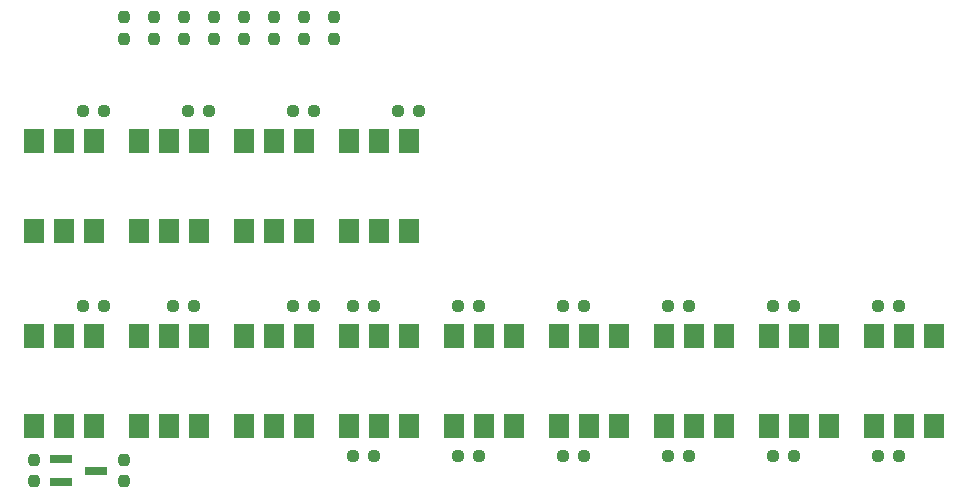
<source format=gbr>
%TF.GenerationSoftware,KiCad,Pcbnew,(6.0.7)*%
%TF.CreationDate,2022-09-10T09:27:16+02:00*%
%TF.ProjectId,K616_USB_IF,4b363136-5f55-4534-925f-49462e6b6963,0*%
%TF.SameCoordinates,PX73df160PY5f71980*%
%TF.FileFunction,Paste,Top*%
%TF.FilePolarity,Positive*%
%FSLAX46Y46*%
G04 Gerber Fmt 4.6, Leading zero omitted, Abs format (unit mm)*
G04 Created by KiCad (PCBNEW (6.0.7)) date 2022-09-10 09:27:16*
%MOMM*%
%LPD*%
G01*
G04 APERTURE LIST*
G04 Aperture macros list*
%AMRoundRect*
0 Rectangle with rounded corners*
0 $1 Rounding radius*
0 $2 $3 $4 $5 $6 $7 $8 $9 X,Y pos of 4 corners*
0 Add a 4 corners polygon primitive as box body*
4,1,4,$2,$3,$4,$5,$6,$7,$8,$9,$2,$3,0*
0 Add four circle primitives for the rounded corners*
1,1,$1+$1,$2,$3*
1,1,$1+$1,$4,$5*
1,1,$1+$1,$6,$7*
1,1,$1+$1,$8,$9*
0 Add four rect primitives between the rounded corners*
20,1,$1+$1,$2,$3,$4,$5,0*
20,1,$1+$1,$4,$5,$6,$7,0*
20,1,$1+$1,$6,$7,$8,$9,0*
20,1,$1+$1,$8,$9,$2,$3,0*%
G04 Aperture macros list end*
%ADD10RoundRect,0.237500X-0.237500X0.250000X-0.237500X-0.250000X0.237500X-0.250000X0.237500X0.250000X0*%
%ADD11RoundRect,0.237500X0.250000X0.237500X-0.250000X0.237500X-0.250000X-0.237500X0.250000X-0.237500X0*%
%ADD12RoundRect,0.237500X-0.250000X-0.237500X0.250000X-0.237500X0.250000X0.237500X-0.250000X0.237500X0*%
%ADD13R,1.780000X2.000000*%
%ADD14R,1.900000X0.800000*%
G04 APERTURE END LIST*
D10*
%TO.C,R17*%
X-20320000Y9802500D03*
X-20320000Y7977500D03*
%TD*%
D11*
%TO.C,R8*%
X-4167500Y22860000D03*
X-5992500Y22860000D03*
%TD*%
D10*
%TO.C,R25*%
X-17780000Y47267500D03*
X-17780000Y45442500D03*
%TD*%
D12*
%TO.C,R4*%
X16867500Y22860000D03*
X18692500Y22860000D03*
%TD*%
D11*
%TO.C,R15*%
X9802500Y10160000D03*
X7977500Y10160000D03*
%TD*%
%TO.C,R11*%
X45362500Y10160000D03*
X43537500Y10160000D03*
%TD*%
%TO.C,R13*%
X27582500Y10160000D03*
X25757500Y10160000D03*
%TD*%
D13*
%TO.C,U4*%
X16510000Y12700000D03*
X19050000Y12700000D03*
X21590000Y12700000D03*
X21590000Y20320000D03*
X19050000Y20320000D03*
X16510000Y20320000D03*
%TD*%
D12*
%TO.C,R5*%
X7977500Y22860000D03*
X9802500Y22860000D03*
%TD*%
D13*
%TO.C,U1*%
X43180000Y12700000D03*
X45720000Y12700000D03*
X48260000Y12700000D03*
X48260000Y20320000D03*
X45720000Y20320000D03*
X43180000Y20320000D03*
%TD*%
D11*
%TO.C,R9*%
X-13057500Y39370000D03*
X-14882500Y39370000D03*
%TD*%
D13*
%TO.C,U11*%
X3810000Y36830000D03*
X1270000Y36830000D03*
X-1270000Y36830000D03*
X-1270000Y29210000D03*
X1270000Y29210000D03*
X3810000Y29210000D03*
%TD*%
D10*
%TO.C,R26*%
X-20320000Y47267500D03*
X-20320000Y45442500D03*
%TD*%
D12*
%TO.C,R3*%
X25757500Y22860000D03*
X27582500Y22860000D03*
%TD*%
%TO.C,R2*%
X34647500Y22860000D03*
X36472500Y22860000D03*
%TD*%
D11*
%TO.C,R16*%
X912500Y10160000D03*
X-912500Y10160000D03*
%TD*%
D13*
%TO.C,U8*%
X-13970000Y36830000D03*
X-16510000Y36830000D03*
X-19050000Y36830000D03*
X-19050000Y29210000D03*
X-16510000Y29210000D03*
X-13970000Y29210000D03*
%TD*%
D10*
%TO.C,R20*%
X-5080000Y47267500D03*
X-5080000Y45442500D03*
%TD*%
%TO.C,R22*%
X-10160000Y47267500D03*
X-10160000Y45442500D03*
%TD*%
D12*
%TO.C,R1*%
X43537500Y22860000D03*
X45362500Y22860000D03*
%TD*%
D10*
%TO.C,R18*%
X-27940000Y9802500D03*
X-27940000Y7977500D03*
%TD*%
D11*
%TO.C,R10*%
X-21947500Y22860000D03*
X-23772500Y22860000D03*
%TD*%
D12*
%TO.C,R6*%
X-912500Y22860000D03*
X912500Y22860000D03*
%TD*%
D14*
%TO.C,Q1*%
X-25630000Y9840000D03*
X-25630000Y7940000D03*
X-22630000Y8890000D03*
%TD*%
D10*
%TO.C,R19*%
X-2540000Y47267500D03*
X-2540000Y45442500D03*
%TD*%
D11*
%TO.C,R7*%
X-14327500Y22860000D03*
X-16152500Y22860000D03*
%TD*%
D13*
%TO.C,U2*%
X34290000Y12700000D03*
X36830000Y12700000D03*
X39370000Y12700000D03*
X39370000Y20320000D03*
X36830000Y20320000D03*
X34290000Y20320000D03*
%TD*%
D11*
%TO.C,R12*%
X36472500Y10160000D03*
X34647500Y10160000D03*
%TD*%
D13*
%TO.C,U3*%
X25400000Y12700000D03*
X27940000Y12700000D03*
X30480000Y12700000D03*
X30480000Y20320000D03*
X27940000Y20320000D03*
X25400000Y20320000D03*
%TD*%
%TO.C,U9*%
X-19050000Y12700000D03*
X-16510000Y12700000D03*
X-13970000Y12700000D03*
X-13970000Y20320000D03*
X-16510000Y20320000D03*
X-19050000Y20320000D03*
%TD*%
%TO.C,U6*%
X-1270000Y12700000D03*
X1270000Y12700000D03*
X3810000Y12700000D03*
X3810000Y20320000D03*
X1270000Y20320000D03*
X-1270000Y20320000D03*
%TD*%
%TO.C,U12*%
X-5080000Y36830000D03*
X-7620000Y36830000D03*
X-10160000Y36830000D03*
X-10160000Y29210000D03*
X-7620000Y29210000D03*
X-5080000Y29210000D03*
%TD*%
D10*
%TO.C,R23*%
X-12700000Y47267500D03*
X-12700000Y45442500D03*
%TD*%
D13*
%TO.C,U13*%
X-22860000Y36830000D03*
X-25400000Y36830000D03*
X-27940000Y36830000D03*
X-27940000Y29210000D03*
X-25400000Y29210000D03*
X-22860000Y29210000D03*
%TD*%
%TO.C,U5*%
X7620000Y12700000D03*
X10160000Y12700000D03*
X12700000Y12700000D03*
X12700000Y20320000D03*
X10160000Y20320000D03*
X7620000Y20320000D03*
%TD*%
D12*
%TO.C,R28*%
X-5992500Y39370000D03*
X-4167500Y39370000D03*
%TD*%
D11*
%TO.C,R14*%
X18692500Y10160000D03*
X16867500Y10160000D03*
%TD*%
D10*
%TO.C,R24*%
X-15240000Y47267500D03*
X-15240000Y45442500D03*
%TD*%
D12*
%TO.C,R29*%
X-23772500Y39370000D03*
X-21947500Y39370000D03*
%TD*%
%TO.C,R27*%
X2897500Y39370000D03*
X4722500Y39370000D03*
%TD*%
D13*
%TO.C,U7*%
X-5080000Y20320000D03*
X-7620000Y20320000D03*
X-10160000Y20320000D03*
X-10160000Y12700000D03*
X-7620000Y12700000D03*
X-5080000Y12700000D03*
%TD*%
%TO.C,U10*%
X-22860000Y20320000D03*
X-25400000Y20320000D03*
X-27940000Y20320000D03*
X-27940000Y12700000D03*
X-25400000Y12700000D03*
X-22860000Y12700000D03*
%TD*%
D10*
%TO.C,R21*%
X-7620000Y47267500D03*
X-7620000Y45442500D03*
%TD*%
M02*

</source>
